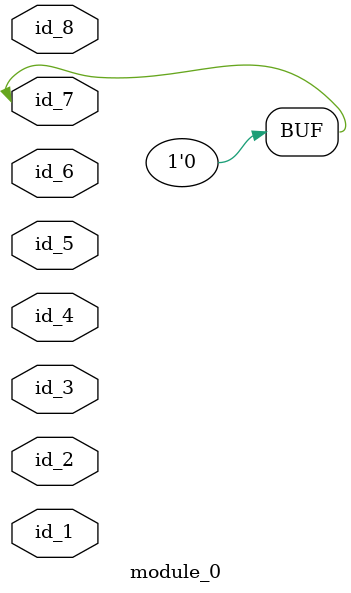
<source format=v>
module module_0 (
    id_1,
    id_2,
    id_3,
    id_4,
    id_5,
    id_6,
    id_7,
    id_8
);
  input id_8;
  inout id_7;
  input id_6;
  inout id_5;
  input id_4;
  input id_3;
  inout id_2;
  input id_1;
  always id_7 <= "";
endmodule
`timescale 1ps / 1ps
`define pp_8 0
`define pp_9 0
`define pp_10 0

</source>
